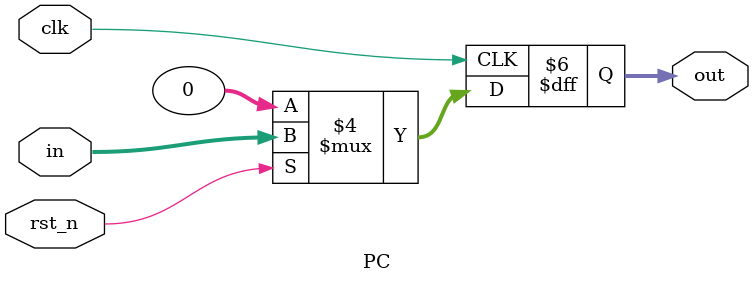
<source format=v>
module PC(
    clk,
    rst_n,
    in,
    out
);

input   clk, rst_n;
input   [31:0] in;
output  reg [31:0] out;

always@(posedge clk)begin
    if (rst_n==0) begin
        out <= 0;
    end
    else begin
        out <= in;
    end
end

endmodule
</source>
